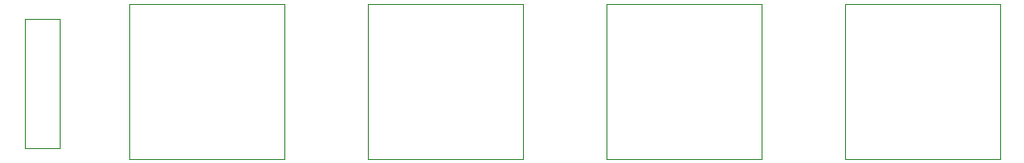
<source format=gbr>
%TF.GenerationSoftware,KiCad,Pcbnew,(5.1.10)-1*%
%TF.CreationDate,2021-07-06T12:32:42-04:00*%
%TF.ProjectId,MacroPad,4d616372-6f50-4616-942e-6b696361645f,rev?*%
%TF.SameCoordinates,Original*%
%TF.FileFunction,Other,User*%
%FSLAX46Y46*%
G04 Gerber Fmt 4.6, Leading zero omitted, Abs format (unit mm)*
G04 Created by KiCad (PCBNEW (5.1.10)-1) date 2021-07-06 12:32:42*
%MOMM*%
%LPD*%
G01*
G04 APERTURE LIST*
%ADD10C,0.050000*%
G04 APERTURE END LIST*
D10*
%TO.C,SW1*%
X136910000Y-75950000D02*
X150110000Y-75950000D01*
X150110000Y-75950000D02*
X150110000Y-89150000D01*
X150110000Y-89150000D02*
X136910000Y-89150000D01*
X136910000Y-89150000D02*
X136910000Y-75950000D01*
%TO.C,SW2*%
X128040000Y-77240000D02*
X128040000Y-88240000D01*
X128040000Y-88240000D02*
X131040000Y-88240000D01*
X131040000Y-88240000D02*
X131040000Y-77240000D01*
X131040000Y-77240000D02*
X128040000Y-77240000D01*
%TO.C,SW3*%
X157230000Y-89150000D02*
X157230000Y-75950000D01*
X170430000Y-89150000D02*
X157230000Y-89150000D01*
X170430000Y-75950000D02*
X170430000Y-89150000D01*
X157230000Y-75950000D02*
X170430000Y-75950000D01*
%TO.C,SW4*%
X177550000Y-75950000D02*
X190750000Y-75950000D01*
X190750000Y-75950000D02*
X190750000Y-89150000D01*
X190750000Y-89150000D02*
X177550000Y-89150000D01*
X177550000Y-89150000D02*
X177550000Y-75950000D01*
%TO.C,SW5*%
X197870000Y-89150000D02*
X197870000Y-75950000D01*
X211070000Y-89150000D02*
X197870000Y-89150000D01*
X211070000Y-75950000D02*
X211070000Y-89150000D01*
X197870000Y-75950000D02*
X211070000Y-75950000D01*
%TD*%
M02*

</source>
